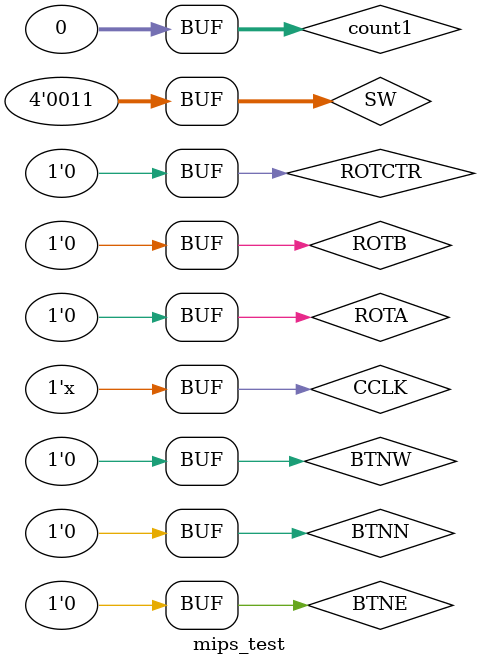
<source format=v>
`timescale 1ns / 1ps


module mips_test;

	// Inputs
	reg CCLK;
	reg [3:0] SW;
	reg BTNN;
	reg BTNE;
	reg BTNS;
	reg BTNW;
	reg ROTA;
	reg ROTB;
	reg ROTCTR;

	// Outputs
	wire [7:0] LED;
	wire LCDE;
	wire LCDRS;
	wire LCDRW;
	wire [3:0] LCDDAT;
	reg[31:0] count,count1;

	// Instantiate the Unit Under Test (UUT)
	mips_top uut (
		.CCLK(CCLK), 
		.SW(SW), 
		.BTNN(BTNN), 
		.BTNE(BTNE), 
		.BTNS(BTNS), 
		.BTNW(BTNW), 
		.ROTA(ROTA), 
		.ROTB(ROTB), 
		.ROTCTR(ROTCTR), 
		.LED(LED), 
		.LCDE(LCDE), 
		.LCDRS(LCDRS), 
		.LCDRW(LCDRW), 
		.LCDDAT(LCDDAT)
	);
   //parameter count=0;
	initial begin
		// Initialize Inputs
		CCLK = 0;
		SW = 1011;
		BTNN = 0;
		BTNE = 0;
		BTNS = 0;
		BTNW = 0;
		ROTA = 0;
		ROTB = 0;
		ROTCTR = 0;
		count=0;
		count1=0;
		// Wait 100 ns for global reset to finish
		#100;
      //count=1;
		
		// Add stimulus here
		

	end
	always begin
			CCLK = ~CCLK;
			count = count + 1;
			//count1 = count;
			BTNS =0;
			if(count == 32'h14) begin
				BTNS=1;
				count = 0;
				//count1 =0;
			end
			#10;
		end
      
endmodule


</source>
